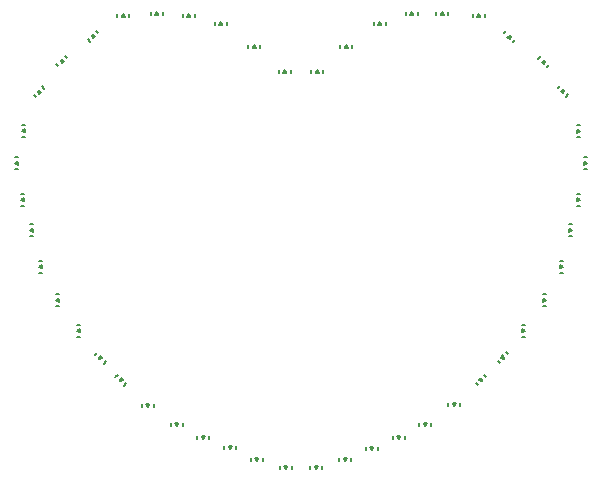
<source format=gbr>
G04 EAGLE Gerber RS-274X export*
G75*
%MOMM*%
%FSLAX34Y34*%
%LPD*%
%AMOC8*
5,1,8,0,0,1.08239X$1,22.5*%
G01*
%ADD10C,0.127000*%


D10*
X38450Y48020D02*
X37180Y45480D01*
X39720Y45480D01*
X38450Y48020D01*
X33370Y48020D02*
X33370Y45480D01*
X43530Y45480D02*
X43530Y48020D01*
X92630Y72980D02*
X93900Y75520D01*
X92630Y72980D02*
X95170Y72980D01*
X93900Y75520D01*
X88820Y75520D02*
X88820Y72980D01*
X98980Y72980D02*
X98980Y75520D01*
X149330Y71730D02*
X150600Y74270D01*
X149330Y71730D02*
X151870Y71730D01*
X150600Y74270D01*
X145520Y74270D02*
X145520Y71730D01*
X155680Y71730D02*
X155680Y74270D01*
X203719Y33727D02*
X206413Y34625D01*
X203719Y33727D02*
X205515Y31931D01*
X206413Y34625D01*
X202821Y38217D02*
X201025Y36421D01*
X208209Y29237D02*
X210005Y31033D01*
X233330Y-23830D02*
X235870Y-25100D01*
X233330Y-23830D02*
X233330Y-26370D01*
X235870Y-25100D01*
X235870Y-20020D02*
X233330Y-20020D01*
X233330Y-30180D02*
X235870Y-30180D01*
X233330Y-81780D02*
X235870Y-83050D01*
X233330Y-81780D02*
X233330Y-84320D01*
X235870Y-83050D01*
X235870Y-77970D02*
X233330Y-77970D01*
X233330Y-88130D02*
X235870Y-88130D01*
X219580Y-138480D02*
X222120Y-139750D01*
X219580Y-138480D02*
X219580Y-141020D01*
X222120Y-139750D01*
X222120Y-134670D02*
X219580Y-134670D01*
X219580Y-144830D02*
X222120Y-144830D01*
X189620Y-193950D02*
X187080Y-192680D01*
X187080Y-195220D01*
X189620Y-193950D01*
X189620Y-188870D02*
X187080Y-188870D01*
X187080Y-199030D02*
X189620Y-199030D01*
X152426Y-233747D02*
X153324Y-236441D01*
X152426Y-233747D02*
X150630Y-235543D01*
X153324Y-236441D01*
X156916Y-232849D02*
X155120Y-231053D01*
X147936Y-238237D02*
X149732Y-240033D01*
X106420Y-272080D02*
X105150Y-274620D01*
X106420Y-272080D02*
X103880Y-272080D01*
X105150Y-274620D01*
X110230Y-274620D02*
X110230Y-272080D01*
X100070Y-272080D02*
X100070Y-274620D01*
X60970Y-292080D02*
X59700Y-294620D01*
X60970Y-292080D02*
X58430Y-292080D01*
X59700Y-294620D01*
X64780Y-294620D02*
X64780Y-292080D01*
X54620Y-292080D02*
X54620Y-294620D01*
X14270Y-308330D02*
X13000Y-310870D01*
X14270Y-308330D02*
X11730Y-308330D01*
X13000Y-310870D01*
X18080Y-310870D02*
X18080Y-308330D01*
X7920Y-308330D02*
X7920Y-310870D01*
X-36180Y-302080D02*
X-37450Y-304620D01*
X-36180Y-302080D02*
X-38720Y-302080D01*
X-37450Y-304620D01*
X-32370Y-304620D02*
X-32370Y-302080D01*
X-42530Y-302080D02*
X-42530Y-304620D01*
X-82900Y-285870D02*
X-81630Y-283330D01*
X-84170Y-283330D01*
X-82900Y-285870D01*
X-77820Y-285870D02*
X-77820Y-283330D01*
X-87980Y-283330D02*
X-87980Y-285870D01*
X-129600Y-258370D02*
X-128330Y-255830D01*
X-130870Y-255830D01*
X-129600Y-258370D01*
X-124520Y-258370D02*
X-124520Y-255830D01*
X-134680Y-255830D02*
X-134680Y-258370D01*
X-168109Y-217263D02*
X-170803Y-218161D01*
X-168109Y-217263D02*
X-169905Y-215467D01*
X-170803Y-218161D01*
X-167211Y-221753D02*
X-165415Y-219957D01*
X-172599Y-212773D02*
X-174395Y-214569D01*
X-204530Y-169470D02*
X-207070Y-168200D01*
X-204530Y-169470D02*
X-204530Y-166930D01*
X-207070Y-168200D01*
X-207070Y-173280D02*
X-204530Y-173280D01*
X-204530Y-163120D02*
X-207070Y-163120D01*
X-227030Y-110270D02*
X-229570Y-109000D01*
X-227030Y-110270D02*
X-227030Y-107730D01*
X-229570Y-109000D01*
X-229570Y-114080D02*
X-227030Y-114080D01*
X-227030Y-103920D02*
X-229570Y-103920D01*
X-239530Y-53570D02*
X-242070Y-52300D01*
X-239530Y-53570D02*
X-239530Y-51030D01*
X-242070Y-52300D01*
X-242070Y-57380D02*
X-239530Y-57380D01*
X-239530Y-47220D02*
X-242070Y-47220D01*
X-221723Y6577D02*
X-222621Y9271D01*
X-221723Y6577D02*
X-219927Y8373D01*
X-222621Y9271D01*
X-226213Y5679D02*
X-224417Y3883D01*
X-217233Y11067D02*
X-219029Y12863D01*
X-176038Y53511D02*
X-176936Y56205D01*
X-176038Y53511D02*
X-174242Y55307D01*
X-176936Y56205D01*
X-180528Y52613D02*
X-178732Y50817D01*
X-171548Y58001D02*
X-173344Y59797D01*
X-123470Y73280D02*
X-122200Y75820D01*
X-123470Y73280D02*
X-120930Y73280D01*
X-122200Y75820D01*
X-127280Y75820D02*
X-127280Y73280D01*
X-117120Y73280D02*
X-117120Y75820D01*
X-69270Y64530D02*
X-68000Y67070D01*
X-69270Y64530D02*
X-66730Y64530D01*
X-68000Y67070D01*
X-73080Y67070D02*
X-73080Y64530D01*
X-62920Y64530D02*
X-62920Y67070D01*
X-13800Y27070D02*
X-15070Y24530D01*
X-12530Y24530D01*
X-13800Y27070D01*
X-18880Y27070D02*
X-18880Y24530D01*
X-8720Y24530D02*
X-8720Y27070D01*
X12580Y24480D02*
X13850Y27020D01*
X12580Y24480D02*
X15120Y24480D01*
X13850Y27020D01*
X8770Y27020D02*
X8770Y24480D01*
X18930Y24480D02*
X18930Y27020D01*
X65530Y64480D02*
X66800Y67020D01*
X65530Y64480D02*
X68070Y64480D01*
X66800Y67020D01*
X61720Y67020D02*
X61720Y64480D01*
X71880Y64480D02*
X71880Y67020D01*
X118480Y73230D02*
X119750Y75770D01*
X118480Y73230D02*
X121020Y73230D01*
X119750Y75770D01*
X114670Y75770D02*
X114670Y73230D01*
X124830Y73230D02*
X124830Y75770D01*
X174759Y55022D02*
X177453Y55920D01*
X174759Y55022D02*
X176555Y53226D01*
X177453Y55920D01*
X173861Y59512D02*
X172065Y57716D01*
X179249Y50532D02*
X181045Y52328D01*
X219926Y8820D02*
X222620Y9718D01*
X219926Y8820D02*
X221722Y7024D01*
X222620Y9718D01*
X219028Y13310D02*
X217232Y11514D01*
X224416Y4330D02*
X226212Y6126D01*
X239480Y-51080D02*
X242020Y-52350D01*
X239480Y-51080D02*
X239480Y-53620D01*
X242020Y-52350D01*
X242020Y-47270D02*
X239480Y-47270D01*
X239480Y-57430D02*
X242020Y-57430D01*
X226980Y-107780D02*
X229520Y-109050D01*
X226980Y-107780D02*
X226980Y-110320D01*
X229520Y-109050D01*
X229520Y-103970D02*
X226980Y-103970D01*
X226980Y-114130D02*
X229520Y-114130D01*
X204480Y-166980D02*
X207020Y-168250D01*
X204480Y-166980D02*
X204480Y-169520D01*
X207020Y-168250D01*
X207020Y-163170D02*
X204480Y-163170D01*
X204480Y-173330D02*
X207020Y-173330D01*
X171083Y-214949D02*
X171981Y-217643D01*
X171083Y-214949D02*
X169287Y-216745D01*
X171981Y-217643D01*
X175573Y-214051D02*
X173777Y-212255D01*
X166593Y-219439D02*
X168389Y-221235D01*
X131083Y-255515D02*
X129813Y-258055D01*
X131083Y-255515D02*
X128543Y-255515D01*
X129813Y-258055D01*
X134893Y-258055D02*
X134893Y-255515D01*
X124733Y-255515D02*
X124733Y-258055D01*
X84170Y-283230D02*
X82900Y-285770D01*
X84170Y-283230D02*
X81630Y-283230D01*
X82900Y-285770D01*
X87980Y-285770D02*
X87980Y-283230D01*
X77820Y-283230D02*
X77820Y-285770D01*
X38670Y-301930D02*
X37400Y-304470D01*
X38670Y-301930D02*
X36130Y-301930D01*
X37400Y-304470D01*
X42480Y-304470D02*
X42480Y-301930D01*
X32320Y-301930D02*
X32320Y-304470D01*
X-11780Y-308180D02*
X-13050Y-310720D01*
X-11780Y-308180D02*
X-14320Y-308180D01*
X-13050Y-310720D01*
X-7970Y-310720D02*
X-7970Y-308180D01*
X-18130Y-308180D02*
X-18130Y-310720D01*
X-58480Y-291930D02*
X-59750Y-294470D01*
X-58480Y-291930D02*
X-61020Y-291930D01*
X-59750Y-294470D01*
X-54670Y-294470D02*
X-54670Y-291930D01*
X-64830Y-291930D02*
X-64830Y-294470D01*
X-105200Y-274470D02*
X-103930Y-271930D01*
X-106470Y-271930D01*
X-105200Y-274470D01*
X-100120Y-274470D02*
X-100120Y-271930D01*
X-110280Y-271930D02*
X-110280Y-274470D01*
X-150775Y-235920D02*
X-153469Y-236818D01*
X-150775Y-235920D02*
X-152571Y-234124D01*
X-153469Y-236818D01*
X-149877Y-240410D02*
X-148081Y-238614D01*
X-155265Y-231430D02*
X-157061Y-233226D01*
X-186930Y-195170D02*
X-189470Y-193900D01*
X-186930Y-195170D02*
X-186930Y-192630D01*
X-189470Y-193900D01*
X-189470Y-198980D02*
X-186930Y-198980D01*
X-186930Y-188820D02*
X-189470Y-188820D01*
X-219430Y-140970D02*
X-221970Y-139700D01*
X-219430Y-140970D02*
X-219430Y-138430D01*
X-221970Y-139700D01*
X-221970Y-144780D02*
X-219430Y-144780D01*
X-219430Y-134620D02*
X-221970Y-134620D01*
X-234430Y-84270D02*
X-236970Y-83000D01*
X-234430Y-84270D02*
X-234430Y-81730D01*
X-236970Y-83000D01*
X-236970Y-88080D02*
X-234430Y-88080D01*
X-234430Y-77920D02*
X-236970Y-77920D01*
X-233698Y-25804D02*
X-236238Y-24534D01*
X-233698Y-25804D02*
X-233698Y-23264D01*
X-236238Y-24534D01*
X-236238Y-29614D02*
X-233698Y-29614D01*
X-233698Y-19454D02*
X-236238Y-19454D01*
X-202713Y32517D02*
X-203611Y35211D01*
X-202713Y32517D02*
X-200917Y34313D01*
X-203611Y35211D01*
X-207203Y31619D02*
X-205407Y29823D01*
X-198223Y37007D02*
X-200019Y38803D01*
X-151670Y71930D02*
X-150400Y74470D01*
X-151670Y71930D02*
X-149130Y71930D01*
X-150400Y74470D01*
X-155480Y74470D02*
X-155480Y71930D01*
X-145320Y71930D02*
X-145320Y74470D01*
X-96170Y71880D02*
X-94900Y74420D01*
X-96170Y71880D02*
X-93630Y71880D01*
X-94900Y74420D01*
X-99980Y74420D02*
X-99980Y71880D01*
X-89820Y71880D02*
X-89820Y74420D01*
X-39450Y48170D02*
X-40720Y45630D01*
X-38180Y45630D01*
X-39450Y48170D01*
X-44530Y48170D02*
X-44530Y45630D01*
X-34370Y45630D02*
X-34370Y48170D01*
M02*

</source>
